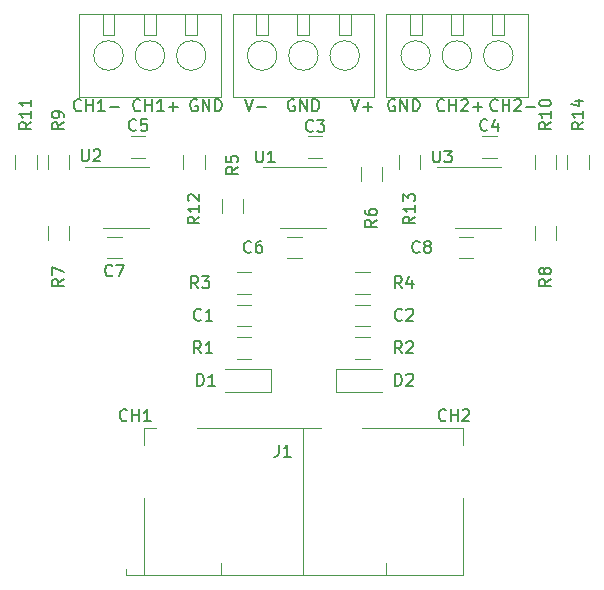
<source format=gbr>
%TF.GenerationSoftware,KiCad,Pcbnew,(5.1.6-0)*%
%TF.CreationDate,2023-05-11T16:08:50-07:00*%
%TF.ProjectId,input_buffer_RCA,696e7075-745f-4627-9566-6665725f5243,rev?*%
%TF.SameCoordinates,Original*%
%TF.FileFunction,Legend,Top*%
%TF.FilePolarity,Positive*%
%FSLAX46Y46*%
G04 Gerber Fmt 4.6, Leading zero omitted, Abs format (unit mm)*
G04 Created by KiCad (PCBNEW (5.1.6-0)) date 2023-05-11 16:08:50*
%MOMM*%
%LPD*%
G01*
G04 APERTURE LIST*
%ADD10C,0.150000*%
%ADD11C,0.120000*%
G04 APERTURE END LIST*
D10*
X137059523Y-137107142D02*
X137011904Y-137154761D01*
X136869047Y-137202380D01*
X136773809Y-137202380D01*
X136630952Y-137154761D01*
X136535714Y-137059523D01*
X136488095Y-136964285D01*
X136440476Y-136773809D01*
X136440476Y-136630952D01*
X136488095Y-136440476D01*
X136535714Y-136345238D01*
X136630952Y-136250000D01*
X136773809Y-136202380D01*
X136869047Y-136202380D01*
X137011904Y-136250000D01*
X137059523Y-136297619D01*
X137488095Y-137202380D02*
X137488095Y-136202380D01*
X137488095Y-136678571D02*
X138059523Y-136678571D01*
X138059523Y-137202380D02*
X138059523Y-136202380D01*
X138488095Y-136297619D02*
X138535714Y-136250000D01*
X138630952Y-136202380D01*
X138869047Y-136202380D01*
X138964285Y-136250000D01*
X139011904Y-136297619D01*
X139059523Y-136392857D01*
X139059523Y-136488095D01*
X139011904Y-136630952D01*
X138440476Y-137202380D01*
X139059523Y-137202380D01*
X110059523Y-137107142D02*
X110011904Y-137154761D01*
X109869047Y-137202380D01*
X109773809Y-137202380D01*
X109630952Y-137154761D01*
X109535714Y-137059523D01*
X109488095Y-136964285D01*
X109440476Y-136773809D01*
X109440476Y-136630952D01*
X109488095Y-136440476D01*
X109535714Y-136345238D01*
X109630952Y-136250000D01*
X109773809Y-136202380D01*
X109869047Y-136202380D01*
X110011904Y-136250000D01*
X110059523Y-136297619D01*
X110488095Y-137202380D02*
X110488095Y-136202380D01*
X110488095Y-136678571D02*
X111059523Y-136678571D01*
X111059523Y-137202380D02*
X111059523Y-136202380D01*
X112059523Y-137202380D02*
X111488095Y-137202380D01*
X111773809Y-137202380D02*
X111773809Y-136202380D01*
X111678571Y-136345238D01*
X111583333Y-136440476D01*
X111488095Y-136488095D01*
X141440476Y-110857142D02*
X141392857Y-110904761D01*
X141250000Y-110952380D01*
X141154761Y-110952380D01*
X141011904Y-110904761D01*
X140916666Y-110809523D01*
X140869047Y-110714285D01*
X140821428Y-110523809D01*
X140821428Y-110380952D01*
X140869047Y-110190476D01*
X140916666Y-110095238D01*
X141011904Y-110000000D01*
X141154761Y-109952380D01*
X141250000Y-109952380D01*
X141392857Y-110000000D01*
X141440476Y-110047619D01*
X141869047Y-110952380D02*
X141869047Y-109952380D01*
X141869047Y-110428571D02*
X142440476Y-110428571D01*
X142440476Y-110952380D02*
X142440476Y-109952380D01*
X142869047Y-110047619D02*
X142916666Y-110000000D01*
X143011904Y-109952380D01*
X143250000Y-109952380D01*
X143345238Y-110000000D01*
X143392857Y-110047619D01*
X143440476Y-110142857D01*
X143440476Y-110238095D01*
X143392857Y-110380952D01*
X142821428Y-110952380D01*
X143440476Y-110952380D01*
X143869047Y-110571428D02*
X144630952Y-110571428D01*
X136940476Y-110857142D02*
X136892857Y-110904761D01*
X136750000Y-110952380D01*
X136654761Y-110952380D01*
X136511904Y-110904761D01*
X136416666Y-110809523D01*
X136369047Y-110714285D01*
X136321428Y-110523809D01*
X136321428Y-110380952D01*
X136369047Y-110190476D01*
X136416666Y-110095238D01*
X136511904Y-110000000D01*
X136654761Y-109952380D01*
X136750000Y-109952380D01*
X136892857Y-110000000D01*
X136940476Y-110047619D01*
X137369047Y-110952380D02*
X137369047Y-109952380D01*
X137369047Y-110428571D02*
X137940476Y-110428571D01*
X137940476Y-110952380D02*
X137940476Y-109952380D01*
X138369047Y-110047619D02*
X138416666Y-110000000D01*
X138511904Y-109952380D01*
X138750000Y-109952380D01*
X138845238Y-110000000D01*
X138892857Y-110047619D01*
X138940476Y-110142857D01*
X138940476Y-110238095D01*
X138892857Y-110380952D01*
X138321428Y-110952380D01*
X138940476Y-110952380D01*
X139369047Y-110571428D02*
X140130952Y-110571428D01*
X139750000Y-110952380D02*
X139750000Y-110190476D01*
X106190476Y-110857142D02*
X106142857Y-110904761D01*
X106000000Y-110952380D01*
X105904761Y-110952380D01*
X105761904Y-110904761D01*
X105666666Y-110809523D01*
X105619047Y-110714285D01*
X105571428Y-110523809D01*
X105571428Y-110380952D01*
X105619047Y-110190476D01*
X105666666Y-110095238D01*
X105761904Y-110000000D01*
X105904761Y-109952380D01*
X106000000Y-109952380D01*
X106142857Y-110000000D01*
X106190476Y-110047619D01*
X106619047Y-110952380D02*
X106619047Y-109952380D01*
X106619047Y-110428571D02*
X107190476Y-110428571D01*
X107190476Y-110952380D02*
X107190476Y-109952380D01*
X108190476Y-110952380D02*
X107619047Y-110952380D01*
X107904761Y-110952380D02*
X107904761Y-109952380D01*
X107809523Y-110095238D01*
X107714285Y-110190476D01*
X107619047Y-110238095D01*
X108619047Y-110571428D02*
X109380952Y-110571428D01*
X111190476Y-110857142D02*
X111142857Y-110904761D01*
X111000000Y-110952380D01*
X110904761Y-110952380D01*
X110761904Y-110904761D01*
X110666666Y-110809523D01*
X110619047Y-110714285D01*
X110571428Y-110523809D01*
X110571428Y-110380952D01*
X110619047Y-110190476D01*
X110666666Y-110095238D01*
X110761904Y-110000000D01*
X110904761Y-109952380D01*
X111000000Y-109952380D01*
X111142857Y-110000000D01*
X111190476Y-110047619D01*
X111619047Y-110952380D02*
X111619047Y-109952380D01*
X111619047Y-110428571D02*
X112190476Y-110428571D01*
X112190476Y-110952380D02*
X112190476Y-109952380D01*
X113190476Y-110952380D02*
X112619047Y-110952380D01*
X112904761Y-110952380D02*
X112904761Y-109952380D01*
X112809523Y-110095238D01*
X112714285Y-110190476D01*
X112619047Y-110238095D01*
X113619047Y-110571428D02*
X114380952Y-110571428D01*
X114000000Y-110952380D02*
X114000000Y-110190476D01*
X129047619Y-109952380D02*
X129380952Y-110952380D01*
X129714285Y-109952380D01*
X130047619Y-110571428D02*
X130809523Y-110571428D01*
X130428571Y-110952380D02*
X130428571Y-110190476D01*
X120047619Y-109952380D02*
X120380952Y-110952380D01*
X120714285Y-109952380D01*
X121047619Y-110571428D02*
X121809523Y-110571428D01*
X115988095Y-110000000D02*
X115892857Y-109952380D01*
X115750000Y-109952380D01*
X115607142Y-110000000D01*
X115511904Y-110095238D01*
X115464285Y-110190476D01*
X115416666Y-110380952D01*
X115416666Y-110523809D01*
X115464285Y-110714285D01*
X115511904Y-110809523D01*
X115607142Y-110904761D01*
X115750000Y-110952380D01*
X115845238Y-110952380D01*
X115988095Y-110904761D01*
X116035714Y-110857142D01*
X116035714Y-110523809D01*
X115845238Y-110523809D01*
X116464285Y-110952380D02*
X116464285Y-109952380D01*
X117035714Y-110952380D01*
X117035714Y-109952380D01*
X117511904Y-110952380D02*
X117511904Y-109952380D01*
X117750000Y-109952380D01*
X117892857Y-110000000D01*
X117988095Y-110095238D01*
X118035714Y-110190476D01*
X118083333Y-110380952D01*
X118083333Y-110523809D01*
X118035714Y-110714285D01*
X117988095Y-110809523D01*
X117892857Y-110904761D01*
X117750000Y-110952380D01*
X117511904Y-110952380D01*
X132738095Y-110000000D02*
X132642857Y-109952380D01*
X132500000Y-109952380D01*
X132357142Y-110000000D01*
X132261904Y-110095238D01*
X132214285Y-110190476D01*
X132166666Y-110380952D01*
X132166666Y-110523809D01*
X132214285Y-110714285D01*
X132261904Y-110809523D01*
X132357142Y-110904761D01*
X132500000Y-110952380D01*
X132595238Y-110952380D01*
X132738095Y-110904761D01*
X132785714Y-110857142D01*
X132785714Y-110523809D01*
X132595238Y-110523809D01*
X133214285Y-110952380D02*
X133214285Y-109952380D01*
X133785714Y-110952380D01*
X133785714Y-109952380D01*
X134261904Y-110952380D02*
X134261904Y-109952380D01*
X134500000Y-109952380D01*
X134642857Y-110000000D01*
X134738095Y-110095238D01*
X134785714Y-110190476D01*
X134833333Y-110380952D01*
X134833333Y-110523809D01*
X134785714Y-110714285D01*
X134738095Y-110809523D01*
X134642857Y-110904761D01*
X134500000Y-110952380D01*
X134261904Y-110952380D01*
X124238095Y-110000000D02*
X124142857Y-109952380D01*
X124000000Y-109952380D01*
X123857142Y-110000000D01*
X123761904Y-110095238D01*
X123714285Y-110190476D01*
X123666666Y-110380952D01*
X123666666Y-110523809D01*
X123714285Y-110714285D01*
X123761904Y-110809523D01*
X123857142Y-110904761D01*
X124000000Y-110952380D01*
X124095238Y-110952380D01*
X124238095Y-110904761D01*
X124285714Y-110857142D01*
X124285714Y-110523809D01*
X124095238Y-110523809D01*
X124714285Y-110952380D02*
X124714285Y-109952380D01*
X125285714Y-110952380D01*
X125285714Y-109952380D01*
X125761904Y-110952380D02*
X125761904Y-109952380D01*
X126000000Y-109952380D01*
X126142857Y-110000000D01*
X126238095Y-110095238D01*
X126285714Y-110190476D01*
X126333333Y-110380952D01*
X126333333Y-110523809D01*
X126285714Y-110714285D01*
X126238095Y-110809523D01*
X126142857Y-110904761D01*
X126000000Y-110952380D01*
X125761904Y-110952380D01*
D11*
%TO.C,D2*%
X127750000Y-132750000D02*
X127750000Y-134750000D01*
X127750000Y-134750000D02*
X131650000Y-134750000D01*
X127750000Y-132750000D02*
X131650000Y-132750000D01*
%TO.C,D1*%
X122250000Y-134750000D02*
X122250000Y-132750000D01*
X122250000Y-132750000D02*
X118350000Y-132750000D01*
X122250000Y-134750000D02*
X118350000Y-134750000D01*
%TO.C,J1*%
X111500000Y-150250000D02*
X138500000Y-150250000D01*
X138500000Y-150250000D02*
X138500000Y-143750000D01*
X126500000Y-137750000D02*
X116000000Y-137750000D01*
X125000000Y-150250000D02*
X125000000Y-137750000D01*
X132000000Y-150250000D02*
X132000000Y-149250000D01*
X118000000Y-150250000D02*
X118000000Y-149250000D01*
X111500000Y-150250000D02*
X111500000Y-143750000D01*
X111500000Y-150250000D02*
X110000000Y-150250000D01*
X110000000Y-149750000D02*
X110000000Y-150250000D01*
X110000000Y-150250000D02*
X110000000Y-149750000D01*
X111500000Y-139250000D02*
X111500000Y-137750000D01*
X111500000Y-137750000D02*
X112500000Y-137750000D01*
X130000000Y-137750000D02*
X138500000Y-137750000D01*
X138500000Y-137750000D02*
X138500000Y-139250000D01*
%TO.C,U3*%
X139750000Y-120810000D02*
X141700000Y-120810000D01*
X139750000Y-120810000D02*
X137800000Y-120810000D01*
X139750000Y-115690000D02*
X141700000Y-115690000D01*
X139750000Y-115690000D02*
X136300000Y-115690000D01*
%TO.C,U2*%
X110000000Y-120810000D02*
X111950000Y-120810000D01*
X110000000Y-120810000D02*
X108050000Y-120810000D01*
X110000000Y-115690000D02*
X111950000Y-115690000D01*
X110000000Y-115690000D02*
X106550000Y-115690000D01*
%TO.C,U1*%
X125000000Y-120810000D02*
X126950000Y-120810000D01*
X125000000Y-120810000D02*
X123050000Y-120810000D01*
X125000000Y-115690000D02*
X126950000Y-115690000D01*
X125000000Y-115690000D02*
X121550000Y-115690000D01*
%TO.C,R14*%
X149160000Y-114647936D02*
X149160000Y-115852064D01*
X147340000Y-114647936D02*
X147340000Y-115852064D01*
%TO.C,R13*%
X134910000Y-114647936D02*
X134910000Y-115852064D01*
X133090000Y-114647936D02*
X133090000Y-115852064D01*
%TO.C,R12*%
X116660000Y-114647936D02*
X116660000Y-115852064D01*
X114840000Y-114647936D02*
X114840000Y-115852064D01*
%TO.C,R11*%
X102410000Y-114647936D02*
X102410000Y-115852064D01*
X100590000Y-114647936D02*
X100590000Y-115852064D01*
%TO.C,R10*%
X146410000Y-114647936D02*
X146410000Y-115852064D01*
X144590000Y-114647936D02*
X144590000Y-115852064D01*
%TO.C,R9*%
X105160000Y-114647936D02*
X105160000Y-115852064D01*
X103340000Y-114647936D02*
X103340000Y-115852064D01*
%TO.C,R8*%
X144590000Y-121852064D02*
X144590000Y-120647936D01*
X146410000Y-121852064D02*
X146410000Y-120647936D01*
%TO.C,R7*%
X103340000Y-121852064D02*
X103340000Y-120647936D01*
X105160000Y-121852064D02*
X105160000Y-120647936D01*
%TO.C,R6*%
X131660000Y-115647936D02*
X131660000Y-116852064D01*
X129840000Y-115647936D02*
X129840000Y-116852064D01*
%TO.C,R5*%
X118090000Y-119602064D02*
X118090000Y-118397936D01*
X119910000Y-119602064D02*
X119910000Y-118397936D01*
%TO.C,R4*%
X130602064Y-126410000D02*
X129397936Y-126410000D01*
X130602064Y-124590000D02*
X129397936Y-124590000D01*
%TO.C,R3*%
X119397936Y-124590000D02*
X120602064Y-124590000D01*
X119397936Y-126410000D02*
X120602064Y-126410000D01*
%TO.C,R2*%
X129397936Y-130090000D02*
X130602064Y-130090000D01*
X129397936Y-131910000D02*
X130602064Y-131910000D01*
%TO.C,R1*%
X120602064Y-131910000D02*
X119397936Y-131910000D01*
X120602064Y-130090000D02*
X119397936Y-130090000D01*
%TO.C,J4*%
X121000000Y-104500000D02*
X121000000Y-102750000D01*
X122000000Y-104500000D02*
X121000000Y-104500000D01*
X122000000Y-102750000D02*
X122000000Y-104500000D01*
X124500000Y-104500000D02*
X124500000Y-102750000D01*
X125500000Y-104500000D02*
X124500000Y-104500000D01*
X125500000Y-102750000D02*
X125500000Y-104500000D01*
X129000000Y-104500000D02*
X129000000Y-102750000D01*
X128000000Y-104500000D02*
X128000000Y-102750000D01*
X129000000Y-104500000D02*
X128000000Y-104500000D01*
X129750000Y-106250000D02*
G75*
G03*
X129750000Y-106250000I-1250000J0D01*
G01*
X126250000Y-106250000D02*
G75*
G03*
X126250000Y-106250000I-1250000J0D01*
G01*
X122750000Y-106250000D02*
G75*
G03*
X122750000Y-106250000I-1250000J0D01*
G01*
X119000000Y-109750000D02*
X131000000Y-109750000D01*
X119000000Y-102750000D02*
X131000000Y-102750000D01*
X131000000Y-109750000D02*
X131000000Y-102750000D01*
X119000000Y-109750000D02*
X119000000Y-102750000D01*
%TO.C,J3*%
X134000000Y-104500000D02*
X134000000Y-102750000D01*
X135000000Y-104500000D02*
X134000000Y-104500000D01*
X135000000Y-102750000D02*
X135000000Y-104500000D01*
X137500000Y-104500000D02*
X137500000Y-102750000D01*
X138500000Y-104500000D02*
X137500000Y-104500000D01*
X138500000Y-102750000D02*
X138500000Y-104500000D01*
X142000000Y-104500000D02*
X142000000Y-102750000D01*
X141000000Y-104500000D02*
X141000000Y-102750000D01*
X142000000Y-104500000D02*
X141000000Y-104500000D01*
X142750000Y-106250000D02*
G75*
G03*
X142750000Y-106250000I-1250000J0D01*
G01*
X139250000Y-106250000D02*
G75*
G03*
X139250000Y-106250000I-1250000J0D01*
G01*
X135750000Y-106250000D02*
G75*
G03*
X135750000Y-106250000I-1250000J0D01*
G01*
X132000000Y-109750000D02*
X144000000Y-109750000D01*
X132000000Y-102750000D02*
X144000000Y-102750000D01*
X144000000Y-109750000D02*
X144000000Y-102750000D01*
X132000000Y-109750000D02*
X132000000Y-102750000D01*
%TO.C,J2*%
X108000000Y-104500000D02*
X108000000Y-102750000D01*
X109000000Y-104500000D02*
X108000000Y-104500000D01*
X109000000Y-102750000D02*
X109000000Y-104500000D01*
X111500000Y-104500000D02*
X111500000Y-102750000D01*
X112500000Y-104500000D02*
X111500000Y-104500000D01*
X112500000Y-102750000D02*
X112500000Y-104500000D01*
X116000000Y-104500000D02*
X116000000Y-102750000D01*
X115000000Y-104500000D02*
X115000000Y-102750000D01*
X116000000Y-104500000D02*
X115000000Y-104500000D01*
X116750000Y-106250000D02*
G75*
G03*
X116750000Y-106250000I-1250000J0D01*
G01*
X113250000Y-106250000D02*
G75*
G03*
X113250000Y-106250000I-1250000J0D01*
G01*
X109750000Y-106250000D02*
G75*
G03*
X109750000Y-106250000I-1250000J0D01*
G01*
X106000000Y-109750000D02*
X118000000Y-109750000D01*
X106000000Y-102750000D02*
X118000000Y-102750000D01*
X118000000Y-109750000D02*
X118000000Y-102750000D01*
X106000000Y-109750000D02*
X106000000Y-102750000D01*
%TO.C,C8*%
X138147936Y-121590000D02*
X139352064Y-121590000D01*
X138147936Y-123410000D02*
X139352064Y-123410000D01*
%TO.C,C7*%
X108397936Y-121590000D02*
X109602064Y-121590000D01*
X108397936Y-123410000D02*
X109602064Y-123410000D01*
%TO.C,C6*%
X123647936Y-121590000D02*
X124852064Y-121590000D01*
X123647936Y-123410000D02*
X124852064Y-123410000D01*
%TO.C,C5*%
X110397936Y-113090000D02*
X111602064Y-113090000D01*
X110397936Y-114910000D02*
X111602064Y-114910000D01*
%TO.C,C4*%
X140147936Y-113090000D02*
X141352064Y-113090000D01*
X140147936Y-114910000D02*
X141352064Y-114910000D01*
%TO.C,C3*%
X125397936Y-113090000D02*
X126602064Y-113090000D01*
X125397936Y-114910000D02*
X126602064Y-114910000D01*
%TO.C,C2*%
X130602064Y-129160000D02*
X129397936Y-129160000D01*
X130602064Y-127340000D02*
X129397936Y-127340000D01*
%TO.C,C1*%
X119397936Y-127340000D02*
X120602064Y-127340000D01*
X119397936Y-129160000D02*
X120602064Y-129160000D01*
%TO.C,D2*%
D10*
X132761904Y-134202380D02*
X132761904Y-133202380D01*
X133000000Y-133202380D01*
X133142857Y-133250000D01*
X133238095Y-133345238D01*
X133285714Y-133440476D01*
X133333333Y-133630952D01*
X133333333Y-133773809D01*
X133285714Y-133964285D01*
X133238095Y-134059523D01*
X133142857Y-134154761D01*
X133000000Y-134202380D01*
X132761904Y-134202380D01*
X133714285Y-133297619D02*
X133761904Y-133250000D01*
X133857142Y-133202380D01*
X134095238Y-133202380D01*
X134190476Y-133250000D01*
X134238095Y-133297619D01*
X134285714Y-133392857D01*
X134285714Y-133488095D01*
X134238095Y-133630952D01*
X133666666Y-134202380D01*
X134285714Y-134202380D01*
%TO.C,D1*%
X116011904Y-134202380D02*
X116011904Y-133202380D01*
X116250000Y-133202380D01*
X116392857Y-133250000D01*
X116488095Y-133345238D01*
X116535714Y-133440476D01*
X116583333Y-133630952D01*
X116583333Y-133773809D01*
X116535714Y-133964285D01*
X116488095Y-134059523D01*
X116392857Y-134154761D01*
X116250000Y-134202380D01*
X116011904Y-134202380D01*
X117535714Y-134202380D02*
X116964285Y-134202380D01*
X117250000Y-134202380D02*
X117250000Y-133202380D01*
X117154761Y-133345238D01*
X117059523Y-133440476D01*
X116964285Y-133488095D01*
%TO.C,J1*%
X122916666Y-139202380D02*
X122916666Y-139916666D01*
X122869047Y-140059523D01*
X122773809Y-140154761D01*
X122630952Y-140202380D01*
X122535714Y-140202380D01*
X123916666Y-140202380D02*
X123345238Y-140202380D01*
X123630952Y-140202380D02*
X123630952Y-139202380D01*
X123535714Y-139345238D01*
X123440476Y-139440476D01*
X123345238Y-139488095D01*
%TO.C,U3*%
X135988095Y-114302380D02*
X135988095Y-115111904D01*
X136035714Y-115207142D01*
X136083333Y-115254761D01*
X136178571Y-115302380D01*
X136369047Y-115302380D01*
X136464285Y-115254761D01*
X136511904Y-115207142D01*
X136559523Y-115111904D01*
X136559523Y-114302380D01*
X136940476Y-114302380D02*
X137559523Y-114302380D01*
X137226190Y-114683333D01*
X137369047Y-114683333D01*
X137464285Y-114730952D01*
X137511904Y-114778571D01*
X137559523Y-114873809D01*
X137559523Y-115111904D01*
X137511904Y-115207142D01*
X137464285Y-115254761D01*
X137369047Y-115302380D01*
X137083333Y-115302380D01*
X136988095Y-115254761D01*
X136940476Y-115207142D01*
%TO.C,U2*%
X106238095Y-114202380D02*
X106238095Y-115011904D01*
X106285714Y-115107142D01*
X106333333Y-115154761D01*
X106428571Y-115202380D01*
X106619047Y-115202380D01*
X106714285Y-115154761D01*
X106761904Y-115107142D01*
X106809523Y-115011904D01*
X106809523Y-114202380D01*
X107238095Y-114297619D02*
X107285714Y-114250000D01*
X107380952Y-114202380D01*
X107619047Y-114202380D01*
X107714285Y-114250000D01*
X107761904Y-114297619D01*
X107809523Y-114392857D01*
X107809523Y-114488095D01*
X107761904Y-114630952D01*
X107190476Y-115202380D01*
X107809523Y-115202380D01*
%TO.C,U1*%
X120988095Y-114302380D02*
X120988095Y-115111904D01*
X121035714Y-115207142D01*
X121083333Y-115254761D01*
X121178571Y-115302380D01*
X121369047Y-115302380D01*
X121464285Y-115254761D01*
X121511904Y-115207142D01*
X121559523Y-115111904D01*
X121559523Y-114302380D01*
X122559523Y-115302380D02*
X121988095Y-115302380D01*
X122273809Y-115302380D02*
X122273809Y-114302380D01*
X122178571Y-114445238D01*
X122083333Y-114540476D01*
X121988095Y-114588095D01*
%TO.C,R14*%
X148702380Y-111892857D02*
X148226190Y-112226190D01*
X148702380Y-112464285D02*
X147702380Y-112464285D01*
X147702380Y-112083333D01*
X147750000Y-111988095D01*
X147797619Y-111940476D01*
X147892857Y-111892857D01*
X148035714Y-111892857D01*
X148130952Y-111940476D01*
X148178571Y-111988095D01*
X148226190Y-112083333D01*
X148226190Y-112464285D01*
X148702380Y-110940476D02*
X148702380Y-111511904D01*
X148702380Y-111226190D02*
X147702380Y-111226190D01*
X147845238Y-111321428D01*
X147940476Y-111416666D01*
X147988095Y-111511904D01*
X148035714Y-110083333D02*
X148702380Y-110083333D01*
X147654761Y-110321428D02*
X148369047Y-110559523D01*
X148369047Y-109940476D01*
%TO.C,R13*%
X134452380Y-119892857D02*
X133976190Y-120226190D01*
X134452380Y-120464285D02*
X133452380Y-120464285D01*
X133452380Y-120083333D01*
X133500000Y-119988095D01*
X133547619Y-119940476D01*
X133642857Y-119892857D01*
X133785714Y-119892857D01*
X133880952Y-119940476D01*
X133928571Y-119988095D01*
X133976190Y-120083333D01*
X133976190Y-120464285D01*
X134452380Y-118940476D02*
X134452380Y-119511904D01*
X134452380Y-119226190D02*
X133452380Y-119226190D01*
X133595238Y-119321428D01*
X133690476Y-119416666D01*
X133738095Y-119511904D01*
X133452380Y-118607142D02*
X133452380Y-117988095D01*
X133833333Y-118321428D01*
X133833333Y-118178571D01*
X133880952Y-118083333D01*
X133928571Y-118035714D01*
X134023809Y-117988095D01*
X134261904Y-117988095D01*
X134357142Y-118035714D01*
X134404761Y-118083333D01*
X134452380Y-118178571D01*
X134452380Y-118464285D01*
X134404761Y-118559523D01*
X134357142Y-118607142D01*
%TO.C,R12*%
X116202380Y-119892857D02*
X115726190Y-120226190D01*
X116202380Y-120464285D02*
X115202380Y-120464285D01*
X115202380Y-120083333D01*
X115250000Y-119988095D01*
X115297619Y-119940476D01*
X115392857Y-119892857D01*
X115535714Y-119892857D01*
X115630952Y-119940476D01*
X115678571Y-119988095D01*
X115726190Y-120083333D01*
X115726190Y-120464285D01*
X116202380Y-118940476D02*
X116202380Y-119511904D01*
X116202380Y-119226190D02*
X115202380Y-119226190D01*
X115345238Y-119321428D01*
X115440476Y-119416666D01*
X115488095Y-119511904D01*
X115297619Y-118559523D02*
X115250000Y-118511904D01*
X115202380Y-118416666D01*
X115202380Y-118178571D01*
X115250000Y-118083333D01*
X115297619Y-118035714D01*
X115392857Y-117988095D01*
X115488095Y-117988095D01*
X115630952Y-118035714D01*
X116202380Y-118607142D01*
X116202380Y-117988095D01*
%TO.C,R11*%
X101952380Y-111892857D02*
X101476190Y-112226190D01*
X101952380Y-112464285D02*
X100952380Y-112464285D01*
X100952380Y-112083333D01*
X101000000Y-111988095D01*
X101047619Y-111940476D01*
X101142857Y-111892857D01*
X101285714Y-111892857D01*
X101380952Y-111940476D01*
X101428571Y-111988095D01*
X101476190Y-112083333D01*
X101476190Y-112464285D01*
X101952380Y-110940476D02*
X101952380Y-111511904D01*
X101952380Y-111226190D02*
X100952380Y-111226190D01*
X101095238Y-111321428D01*
X101190476Y-111416666D01*
X101238095Y-111511904D01*
X101952380Y-109988095D02*
X101952380Y-110559523D01*
X101952380Y-110273809D02*
X100952380Y-110273809D01*
X101095238Y-110369047D01*
X101190476Y-110464285D01*
X101238095Y-110559523D01*
%TO.C,R10*%
X145952380Y-111892857D02*
X145476190Y-112226190D01*
X145952380Y-112464285D02*
X144952380Y-112464285D01*
X144952380Y-112083333D01*
X145000000Y-111988095D01*
X145047619Y-111940476D01*
X145142857Y-111892857D01*
X145285714Y-111892857D01*
X145380952Y-111940476D01*
X145428571Y-111988095D01*
X145476190Y-112083333D01*
X145476190Y-112464285D01*
X145952380Y-110940476D02*
X145952380Y-111511904D01*
X145952380Y-111226190D02*
X144952380Y-111226190D01*
X145095238Y-111321428D01*
X145190476Y-111416666D01*
X145238095Y-111511904D01*
X144952380Y-110321428D02*
X144952380Y-110226190D01*
X145000000Y-110130952D01*
X145047619Y-110083333D01*
X145142857Y-110035714D01*
X145333333Y-109988095D01*
X145571428Y-109988095D01*
X145761904Y-110035714D01*
X145857142Y-110083333D01*
X145904761Y-110130952D01*
X145952380Y-110226190D01*
X145952380Y-110321428D01*
X145904761Y-110416666D01*
X145857142Y-110464285D01*
X145761904Y-110511904D01*
X145571428Y-110559523D01*
X145333333Y-110559523D01*
X145142857Y-110511904D01*
X145047619Y-110464285D01*
X145000000Y-110416666D01*
X144952380Y-110321428D01*
%TO.C,R9*%
X104702380Y-111916666D02*
X104226190Y-112250000D01*
X104702380Y-112488095D02*
X103702380Y-112488095D01*
X103702380Y-112107142D01*
X103750000Y-112011904D01*
X103797619Y-111964285D01*
X103892857Y-111916666D01*
X104035714Y-111916666D01*
X104130952Y-111964285D01*
X104178571Y-112011904D01*
X104226190Y-112107142D01*
X104226190Y-112488095D01*
X104702380Y-111440476D02*
X104702380Y-111250000D01*
X104654761Y-111154761D01*
X104607142Y-111107142D01*
X104464285Y-111011904D01*
X104273809Y-110964285D01*
X103892857Y-110964285D01*
X103797619Y-111011904D01*
X103750000Y-111059523D01*
X103702380Y-111154761D01*
X103702380Y-111345238D01*
X103750000Y-111440476D01*
X103797619Y-111488095D01*
X103892857Y-111535714D01*
X104130952Y-111535714D01*
X104226190Y-111488095D01*
X104273809Y-111440476D01*
X104321428Y-111345238D01*
X104321428Y-111154761D01*
X104273809Y-111059523D01*
X104226190Y-111011904D01*
X104130952Y-110964285D01*
%TO.C,R8*%
X145952380Y-125166666D02*
X145476190Y-125500000D01*
X145952380Y-125738095D02*
X144952380Y-125738095D01*
X144952380Y-125357142D01*
X145000000Y-125261904D01*
X145047619Y-125214285D01*
X145142857Y-125166666D01*
X145285714Y-125166666D01*
X145380952Y-125214285D01*
X145428571Y-125261904D01*
X145476190Y-125357142D01*
X145476190Y-125738095D01*
X145380952Y-124595238D02*
X145333333Y-124690476D01*
X145285714Y-124738095D01*
X145190476Y-124785714D01*
X145142857Y-124785714D01*
X145047619Y-124738095D01*
X145000000Y-124690476D01*
X144952380Y-124595238D01*
X144952380Y-124404761D01*
X145000000Y-124309523D01*
X145047619Y-124261904D01*
X145142857Y-124214285D01*
X145190476Y-124214285D01*
X145285714Y-124261904D01*
X145333333Y-124309523D01*
X145380952Y-124404761D01*
X145380952Y-124595238D01*
X145428571Y-124690476D01*
X145476190Y-124738095D01*
X145571428Y-124785714D01*
X145761904Y-124785714D01*
X145857142Y-124738095D01*
X145904761Y-124690476D01*
X145952380Y-124595238D01*
X145952380Y-124404761D01*
X145904761Y-124309523D01*
X145857142Y-124261904D01*
X145761904Y-124214285D01*
X145571428Y-124214285D01*
X145476190Y-124261904D01*
X145428571Y-124309523D01*
X145380952Y-124404761D01*
%TO.C,R7*%
X104702380Y-125166666D02*
X104226190Y-125500000D01*
X104702380Y-125738095D02*
X103702380Y-125738095D01*
X103702380Y-125357142D01*
X103750000Y-125261904D01*
X103797619Y-125214285D01*
X103892857Y-125166666D01*
X104035714Y-125166666D01*
X104130952Y-125214285D01*
X104178571Y-125261904D01*
X104226190Y-125357142D01*
X104226190Y-125738095D01*
X103702380Y-124833333D02*
X103702380Y-124166666D01*
X104702380Y-124595238D01*
%TO.C,R6*%
X131202380Y-120166666D02*
X130726190Y-120500000D01*
X131202380Y-120738095D02*
X130202380Y-120738095D01*
X130202380Y-120357142D01*
X130250000Y-120261904D01*
X130297619Y-120214285D01*
X130392857Y-120166666D01*
X130535714Y-120166666D01*
X130630952Y-120214285D01*
X130678571Y-120261904D01*
X130726190Y-120357142D01*
X130726190Y-120738095D01*
X130202380Y-119309523D02*
X130202380Y-119500000D01*
X130250000Y-119595238D01*
X130297619Y-119642857D01*
X130440476Y-119738095D01*
X130630952Y-119785714D01*
X131011904Y-119785714D01*
X131107142Y-119738095D01*
X131154761Y-119690476D01*
X131202380Y-119595238D01*
X131202380Y-119404761D01*
X131154761Y-119309523D01*
X131107142Y-119261904D01*
X131011904Y-119214285D01*
X130773809Y-119214285D01*
X130678571Y-119261904D01*
X130630952Y-119309523D01*
X130583333Y-119404761D01*
X130583333Y-119595238D01*
X130630952Y-119690476D01*
X130678571Y-119738095D01*
X130773809Y-119785714D01*
%TO.C,R5*%
X119452380Y-115666666D02*
X118976190Y-116000000D01*
X119452380Y-116238095D02*
X118452380Y-116238095D01*
X118452380Y-115857142D01*
X118500000Y-115761904D01*
X118547619Y-115714285D01*
X118642857Y-115666666D01*
X118785714Y-115666666D01*
X118880952Y-115714285D01*
X118928571Y-115761904D01*
X118976190Y-115857142D01*
X118976190Y-116238095D01*
X118452380Y-114761904D02*
X118452380Y-115238095D01*
X118928571Y-115285714D01*
X118880952Y-115238095D01*
X118833333Y-115142857D01*
X118833333Y-114904761D01*
X118880952Y-114809523D01*
X118928571Y-114761904D01*
X119023809Y-114714285D01*
X119261904Y-114714285D01*
X119357142Y-114761904D01*
X119404761Y-114809523D01*
X119452380Y-114904761D01*
X119452380Y-115142857D01*
X119404761Y-115238095D01*
X119357142Y-115285714D01*
%TO.C,R4*%
X133333333Y-125952380D02*
X133000000Y-125476190D01*
X132761904Y-125952380D02*
X132761904Y-124952380D01*
X133142857Y-124952380D01*
X133238095Y-125000000D01*
X133285714Y-125047619D01*
X133333333Y-125142857D01*
X133333333Y-125285714D01*
X133285714Y-125380952D01*
X133238095Y-125428571D01*
X133142857Y-125476190D01*
X132761904Y-125476190D01*
X134190476Y-125285714D02*
X134190476Y-125952380D01*
X133952380Y-124904761D02*
X133714285Y-125619047D01*
X134333333Y-125619047D01*
%TO.C,R3*%
X116083333Y-125952380D02*
X115750000Y-125476190D01*
X115511904Y-125952380D02*
X115511904Y-124952380D01*
X115892857Y-124952380D01*
X115988095Y-125000000D01*
X116035714Y-125047619D01*
X116083333Y-125142857D01*
X116083333Y-125285714D01*
X116035714Y-125380952D01*
X115988095Y-125428571D01*
X115892857Y-125476190D01*
X115511904Y-125476190D01*
X116416666Y-124952380D02*
X117035714Y-124952380D01*
X116702380Y-125333333D01*
X116845238Y-125333333D01*
X116940476Y-125380952D01*
X116988095Y-125428571D01*
X117035714Y-125523809D01*
X117035714Y-125761904D01*
X116988095Y-125857142D01*
X116940476Y-125904761D01*
X116845238Y-125952380D01*
X116559523Y-125952380D01*
X116464285Y-125904761D01*
X116416666Y-125857142D01*
%TO.C,R2*%
X133333333Y-131452380D02*
X133000000Y-130976190D01*
X132761904Y-131452380D02*
X132761904Y-130452380D01*
X133142857Y-130452380D01*
X133238095Y-130500000D01*
X133285714Y-130547619D01*
X133333333Y-130642857D01*
X133333333Y-130785714D01*
X133285714Y-130880952D01*
X133238095Y-130928571D01*
X133142857Y-130976190D01*
X132761904Y-130976190D01*
X133714285Y-130547619D02*
X133761904Y-130500000D01*
X133857142Y-130452380D01*
X134095238Y-130452380D01*
X134190476Y-130500000D01*
X134238095Y-130547619D01*
X134285714Y-130642857D01*
X134285714Y-130738095D01*
X134238095Y-130880952D01*
X133666666Y-131452380D01*
X134285714Y-131452380D01*
%TO.C,R1*%
X116333333Y-131452380D02*
X116000000Y-130976190D01*
X115761904Y-131452380D02*
X115761904Y-130452380D01*
X116142857Y-130452380D01*
X116238095Y-130500000D01*
X116285714Y-130547619D01*
X116333333Y-130642857D01*
X116333333Y-130785714D01*
X116285714Y-130880952D01*
X116238095Y-130928571D01*
X116142857Y-130976190D01*
X115761904Y-130976190D01*
X117285714Y-131452380D02*
X116714285Y-131452380D01*
X117000000Y-131452380D02*
X117000000Y-130452380D01*
X116904761Y-130595238D01*
X116809523Y-130690476D01*
X116714285Y-130738095D01*
%TO.C,C8*%
X134833333Y-122857142D02*
X134785714Y-122904761D01*
X134642857Y-122952380D01*
X134547619Y-122952380D01*
X134404761Y-122904761D01*
X134309523Y-122809523D01*
X134261904Y-122714285D01*
X134214285Y-122523809D01*
X134214285Y-122380952D01*
X134261904Y-122190476D01*
X134309523Y-122095238D01*
X134404761Y-122000000D01*
X134547619Y-121952380D01*
X134642857Y-121952380D01*
X134785714Y-122000000D01*
X134833333Y-122047619D01*
X135404761Y-122380952D02*
X135309523Y-122333333D01*
X135261904Y-122285714D01*
X135214285Y-122190476D01*
X135214285Y-122142857D01*
X135261904Y-122047619D01*
X135309523Y-122000000D01*
X135404761Y-121952380D01*
X135595238Y-121952380D01*
X135690476Y-122000000D01*
X135738095Y-122047619D01*
X135785714Y-122142857D01*
X135785714Y-122190476D01*
X135738095Y-122285714D01*
X135690476Y-122333333D01*
X135595238Y-122380952D01*
X135404761Y-122380952D01*
X135309523Y-122428571D01*
X135261904Y-122476190D01*
X135214285Y-122571428D01*
X135214285Y-122761904D01*
X135261904Y-122857142D01*
X135309523Y-122904761D01*
X135404761Y-122952380D01*
X135595238Y-122952380D01*
X135690476Y-122904761D01*
X135738095Y-122857142D01*
X135785714Y-122761904D01*
X135785714Y-122571428D01*
X135738095Y-122476190D01*
X135690476Y-122428571D01*
X135595238Y-122380952D01*
%TO.C,C7*%
X108833333Y-124857142D02*
X108785714Y-124904761D01*
X108642857Y-124952380D01*
X108547619Y-124952380D01*
X108404761Y-124904761D01*
X108309523Y-124809523D01*
X108261904Y-124714285D01*
X108214285Y-124523809D01*
X108214285Y-124380952D01*
X108261904Y-124190476D01*
X108309523Y-124095238D01*
X108404761Y-124000000D01*
X108547619Y-123952380D01*
X108642857Y-123952380D01*
X108785714Y-124000000D01*
X108833333Y-124047619D01*
X109166666Y-123952380D02*
X109833333Y-123952380D01*
X109404761Y-124952380D01*
%TO.C,C6*%
X120583333Y-122857142D02*
X120535714Y-122904761D01*
X120392857Y-122952380D01*
X120297619Y-122952380D01*
X120154761Y-122904761D01*
X120059523Y-122809523D01*
X120011904Y-122714285D01*
X119964285Y-122523809D01*
X119964285Y-122380952D01*
X120011904Y-122190476D01*
X120059523Y-122095238D01*
X120154761Y-122000000D01*
X120297619Y-121952380D01*
X120392857Y-121952380D01*
X120535714Y-122000000D01*
X120583333Y-122047619D01*
X121440476Y-121952380D02*
X121250000Y-121952380D01*
X121154761Y-122000000D01*
X121107142Y-122047619D01*
X121011904Y-122190476D01*
X120964285Y-122380952D01*
X120964285Y-122761904D01*
X121011904Y-122857142D01*
X121059523Y-122904761D01*
X121154761Y-122952380D01*
X121345238Y-122952380D01*
X121440476Y-122904761D01*
X121488095Y-122857142D01*
X121535714Y-122761904D01*
X121535714Y-122523809D01*
X121488095Y-122428571D01*
X121440476Y-122380952D01*
X121345238Y-122333333D01*
X121154761Y-122333333D01*
X121059523Y-122380952D01*
X121011904Y-122428571D01*
X120964285Y-122523809D01*
%TO.C,C5*%
X110833333Y-112537142D02*
X110785714Y-112584761D01*
X110642857Y-112632380D01*
X110547619Y-112632380D01*
X110404761Y-112584761D01*
X110309523Y-112489523D01*
X110261904Y-112394285D01*
X110214285Y-112203809D01*
X110214285Y-112060952D01*
X110261904Y-111870476D01*
X110309523Y-111775238D01*
X110404761Y-111680000D01*
X110547619Y-111632380D01*
X110642857Y-111632380D01*
X110785714Y-111680000D01*
X110833333Y-111727619D01*
X111738095Y-111632380D02*
X111261904Y-111632380D01*
X111214285Y-112108571D01*
X111261904Y-112060952D01*
X111357142Y-112013333D01*
X111595238Y-112013333D01*
X111690476Y-112060952D01*
X111738095Y-112108571D01*
X111785714Y-112203809D01*
X111785714Y-112441904D01*
X111738095Y-112537142D01*
X111690476Y-112584761D01*
X111595238Y-112632380D01*
X111357142Y-112632380D01*
X111261904Y-112584761D01*
X111214285Y-112537142D01*
%TO.C,C4*%
X140583333Y-112537142D02*
X140535714Y-112584761D01*
X140392857Y-112632380D01*
X140297619Y-112632380D01*
X140154761Y-112584761D01*
X140059523Y-112489523D01*
X140011904Y-112394285D01*
X139964285Y-112203809D01*
X139964285Y-112060952D01*
X140011904Y-111870476D01*
X140059523Y-111775238D01*
X140154761Y-111680000D01*
X140297619Y-111632380D01*
X140392857Y-111632380D01*
X140535714Y-111680000D01*
X140583333Y-111727619D01*
X141440476Y-111965714D02*
X141440476Y-112632380D01*
X141202380Y-111584761D02*
X140964285Y-112299047D01*
X141583333Y-112299047D01*
%TO.C,C3*%
X125833333Y-112607142D02*
X125785714Y-112654761D01*
X125642857Y-112702380D01*
X125547619Y-112702380D01*
X125404761Y-112654761D01*
X125309523Y-112559523D01*
X125261904Y-112464285D01*
X125214285Y-112273809D01*
X125214285Y-112130952D01*
X125261904Y-111940476D01*
X125309523Y-111845238D01*
X125404761Y-111750000D01*
X125547619Y-111702380D01*
X125642857Y-111702380D01*
X125785714Y-111750000D01*
X125833333Y-111797619D01*
X126166666Y-111702380D02*
X126785714Y-111702380D01*
X126452380Y-112083333D01*
X126595238Y-112083333D01*
X126690476Y-112130952D01*
X126738095Y-112178571D01*
X126785714Y-112273809D01*
X126785714Y-112511904D01*
X126738095Y-112607142D01*
X126690476Y-112654761D01*
X126595238Y-112702380D01*
X126309523Y-112702380D01*
X126214285Y-112654761D01*
X126166666Y-112607142D01*
%TO.C,C2*%
X133333333Y-128607142D02*
X133285714Y-128654761D01*
X133142857Y-128702380D01*
X133047619Y-128702380D01*
X132904761Y-128654761D01*
X132809523Y-128559523D01*
X132761904Y-128464285D01*
X132714285Y-128273809D01*
X132714285Y-128130952D01*
X132761904Y-127940476D01*
X132809523Y-127845238D01*
X132904761Y-127750000D01*
X133047619Y-127702380D01*
X133142857Y-127702380D01*
X133285714Y-127750000D01*
X133333333Y-127797619D01*
X133714285Y-127797619D02*
X133761904Y-127750000D01*
X133857142Y-127702380D01*
X134095238Y-127702380D01*
X134190476Y-127750000D01*
X134238095Y-127797619D01*
X134285714Y-127892857D01*
X134285714Y-127988095D01*
X134238095Y-128130952D01*
X133666666Y-128702380D01*
X134285714Y-128702380D01*
%TO.C,C1*%
X116333333Y-128607142D02*
X116285714Y-128654761D01*
X116142857Y-128702380D01*
X116047619Y-128702380D01*
X115904761Y-128654761D01*
X115809523Y-128559523D01*
X115761904Y-128464285D01*
X115714285Y-128273809D01*
X115714285Y-128130952D01*
X115761904Y-127940476D01*
X115809523Y-127845238D01*
X115904761Y-127750000D01*
X116047619Y-127702380D01*
X116142857Y-127702380D01*
X116285714Y-127750000D01*
X116333333Y-127797619D01*
X117285714Y-128702380D02*
X116714285Y-128702380D01*
X117000000Y-128702380D02*
X117000000Y-127702380D01*
X116904761Y-127845238D01*
X116809523Y-127940476D01*
X116714285Y-127988095D01*
%TD*%
M02*

</source>
